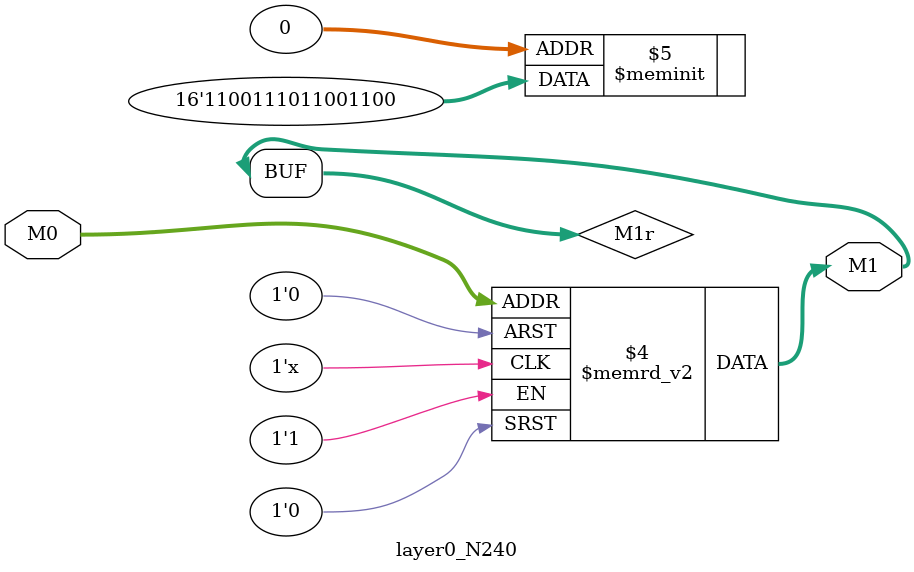
<source format=v>
module layer0_N240 ( input [2:0] M0, output [1:0] M1 );

	(*rom_style = "distributed" *) reg [1:0] M1r;
	assign M1 = M1r;
	always @ (M0) begin
		case (M0)
			3'b000: M1r = 2'b00;
			3'b100: M1r = 2'b10;
			3'b010: M1r = 2'b00;
			3'b110: M1r = 2'b00;
			3'b001: M1r = 2'b11;
			3'b101: M1r = 2'b11;
			3'b011: M1r = 2'b11;
			3'b111: M1r = 2'b11;

		endcase
	end
endmodule

</source>
